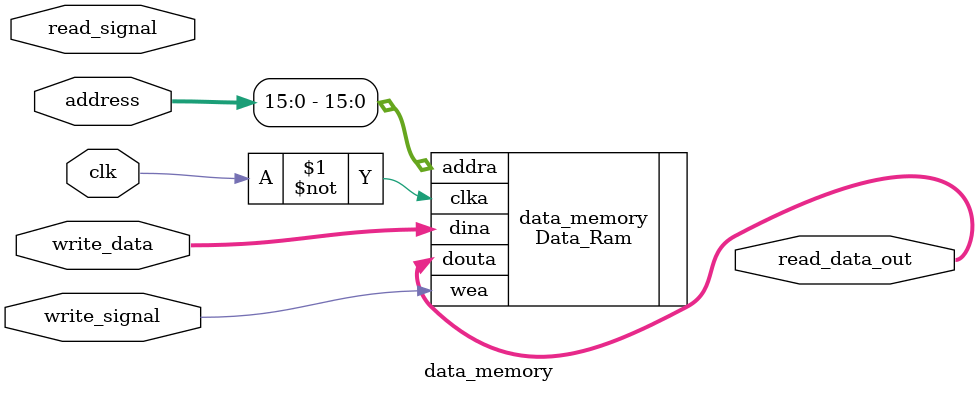
<source format=v>
`timescale 1ns / 1ps

module data_memory(
    input [31:0] address,
    input clk,
    input read_signal,
    input write_signal,
    input [31:0] write_data,
    output [31:0] read_data_out
    );
	
   Data_Ram data_memory (
  .clka(~clk), // input clka
  .wea(write_signal), // input [0 : 0] wea
  .addra(address[15:0]), // input [15 : 0] addra
  .dina(write_data), // input [31 : 0] dina
  .douta(read_data_out) // output [31 : 0] douta
);
always@(posedge clk)begin
if(read_signal)begin
$display("read_data_out=%d, address=%b, write_signal=%b,read_signal=%b",read_data_out,address,write_signal,read_signal);
end
else begin
if(write_signal)begin
$display("write_data=%d, address=%b, write_signal=%b,read_signal=%b",write_data,address,write_signal,read_signal);
end
end
end

endmodule
</source>
